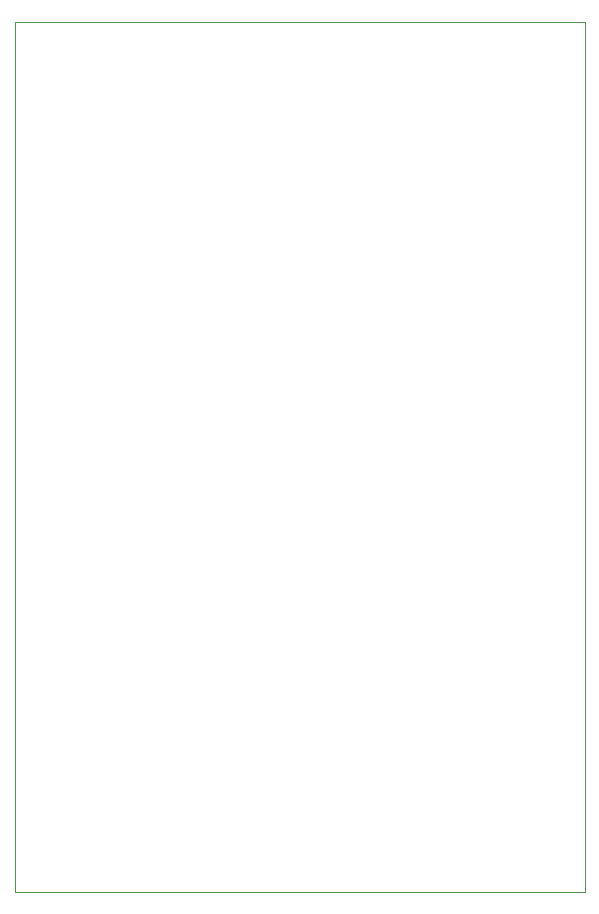
<source format=gbr>
%TF.GenerationSoftware,KiCad,Pcbnew,5.1.10-88a1d61d58~90~ubuntu20.04.1*%
%TF.CreationDate,2023-02-05T19:12:27+01:00*%
%TF.ProjectId,zvire-vetrnik-relays,7a766972-652d-4766-9574-726e696b2d72,rev?*%
%TF.SameCoordinates,PX48ab840PY791ddc0*%
%TF.FileFunction,Profile,NP*%
%FSLAX46Y46*%
G04 Gerber Fmt 4.6, Leading zero omitted, Abs format (unit mm)*
G04 Created by KiCad (PCBNEW 5.1.10-88a1d61d58~90~ubuntu20.04.1) date 2023-02-05 19:12:27*
%MOMM*%
%LPD*%
G01*
G04 APERTURE LIST*
%TA.AperFunction,Profile*%
%ADD10C,0.050000*%
%TD*%
G04 APERTURE END LIST*
D10*
X48260000Y0D02*
X0Y0D01*
X48260000Y73660000D02*
X48260000Y0D01*
X0Y73660000D02*
X48260000Y73660000D01*
X0Y0D02*
X0Y73660000D01*
M02*

</source>
